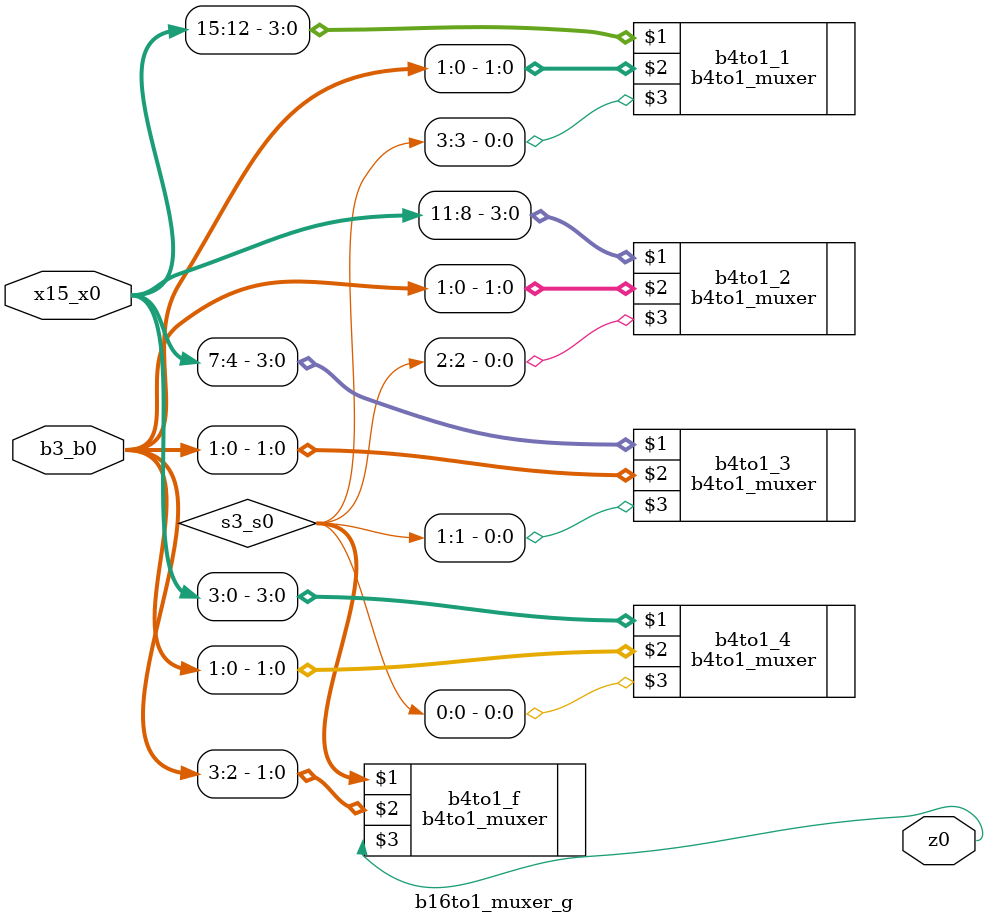
<source format=v>
module b16to1_muxer(x15_x0, b3_b0, z0);
	input[15:0] x15_x0;
	input[3:0] b3_b0;
	output z0;

	assign z0 = (b3_b0 == 'B0000) ? x15_x0[0]:
							(b3_b0 == 'B0001) ? x15_x0[1]:
							(b3_b0 == 'B0010) ? x15_x0[2]:
							(b3_b0 == 'B0011) ? x15_x0[3]:
							(b3_b0 == 'B0100) ? x15_x0[4]:
							(b3_b0 == 'B0101) ? x15_x0[5]:
							(b3_b0 == 'B0110) ? x15_x0[6]:
							(b3_b0 == 'B0111) ? x15_x0[7]:
							(b3_b0 == 'B1000) ? x15_x0[8]:
							(b3_b0 == 'B1001) ? x15_x0[9]:
							(b3_b0 == 'B1010) ? x15_x0[10]:
							(b3_b0 == 'B1011) ? x15_x0[11]:
							(b3_b0 == 'B1100) ? x15_x0[12]:
							(b3_b0 == 'B1101) ? x15_x0[13]:
							(b3_b0 == 'B1110) ? x15_x0[14]:
						/*(b3_b0 == 'B1111)?*/x15_x0[15];
endmodule

// implementazione a porte logiche
module b16to1_muxer_p(x15_x0, b3_b0, z0);
	input[15:0] x15_x0;
	input[3:0] b3_b0;
	output z0;

	assign z0 = b3_b0[3] & b3_b0[2] & b3_b0[1] & b3_b0[0] & x15_x0[15]
						| b3_b0[3] & b3_b0[2] & b3_b0[1] & ~b3_b0[0] & x15_x0[14]
						| b3_b0[3] & b3_b0[2] & ~b3_b0[1] & b3_b0[0] & x15_x0[13]
						| b3_b0[3] & b3_b0[2] & ~b3_b0[1] & ~b3_b0[0] 
																												 & x15_x0[12]
						| b3_b0[3] & ~b3_b0[2] & b3_b0[1] & b3_b0[0] & x15_x0[11]
						| b3_b0[3] & ~b3_b0[2] & b3_b0[1] & ~b3_b0[0]
																												 & x15_x0[10]
						| b3_b0[3] & ~b3_b0[2] & ~b3_b0[1] & b3_b0[0] & x15_x0[9]
						| b3_b0[3] & ~b3_b0[2] & ~b3_b0[1] & ~b3_b0[0]
																													& x15_x0[8]
						| ~b3_b0[3] & b3_b0[2] & b3_b0[1] & b3_b0[0] & x15_x0[7]
						| ~b3_b0[3] & b3_b0[2] & b3_b0[1] & ~b3_b0[0]
																													& x15_x0[6]
						| ~b3_b0[3] & b3_b0[2] & ~b3_b0[1] & b3_b0[0] & x15_x0[5]
						| ~b3_b0[3] & b3_b0[2] & ~b3_b0[1] & ~b3_b0[0]
																													& x15_x0[4]
						| ~b3_b0[3] & ~b3_b0[2] & b3_b0[1] & b3_b0[0] & x15_x0[3]
						| ~b3_b0[3] & ~b3_b0[2] & b3_b0[1] & ~b3_b0[0]
																													& x15_x0[2]
						| ~b3_b0[3] & ~b3_b0[2] & ~b3_b0[1] & b3_b0[0]
																													& x15_x0[1]
						| ~b3_b0[3] & ~b3_b0[2] & ~b3_b0[1] & ~b3_b0[0]
																												 & x15_x0[0];
endmodule

// implementazione via decoder
module b16to1_muxer_d(x15_x0, b3_b0, z0);
	input[15:0] x15_x0;
	input[3:0] b3_b0;
	output z0;

	wire[15:0] s15_s0;

	b4to16_decoder b3to8(b3_b0, s15_s0);

	assign z0 = s15_s0[15] & x15_x0[15] | s15_s0[14] & x15_x0[14] 
						| s15_s0[13] & x15_x0[13] | s15_s0[12] & x15_x0[12]
						| s15_s0[11] & x15_x0[11] | s15_s0[10] & x15_x0[10]
						| s15_s0[9] & x15_x0[9] | s15_s0[8] & x15_x0[8]
						| s15_s0[7] & x15_x0[7] | s15_s0[6] & x15_x0[6]
						| s15_s0[5] & x15_x0[5] | s15_s0[4] & x15_x0[4]
						| s15_s0[3] & x15_x0[3] | s15_s0[2] & x15_x0[2]
						| s15_s0[1] & x15_x0[1] | s15_s0[0] & x15_x0[0];
endmodule

// implementazione gerarchica
module b16to1_muxer_g(x15_x0, b3_b0, z0);
	input[15:0] x15_x0;
	input[3:0] b3_b0;
	output z0;

	wire [3:0] s3_s0;

	b4to1_muxer b4to1_1 (x15_x0[15:12], b3_b0[1:0], s3_s0[3]);
	b4to1_muxer b4to1_2 (x15_x0[11:8], b3_b0[1:0], s3_s0[2]);
	b4to1_muxer b4to1_3 (x15_x0[7:4], b3_b0[1:0], s3_s0[1]);
	b4to1_muxer b4to1_4 (x15_x0[3:0], b3_b0[1:0], s3_s0[0]);
	b4to1_muxer b4to1_f (s3_s0, b3_b0[3:2], z0);
endmodule

</source>
